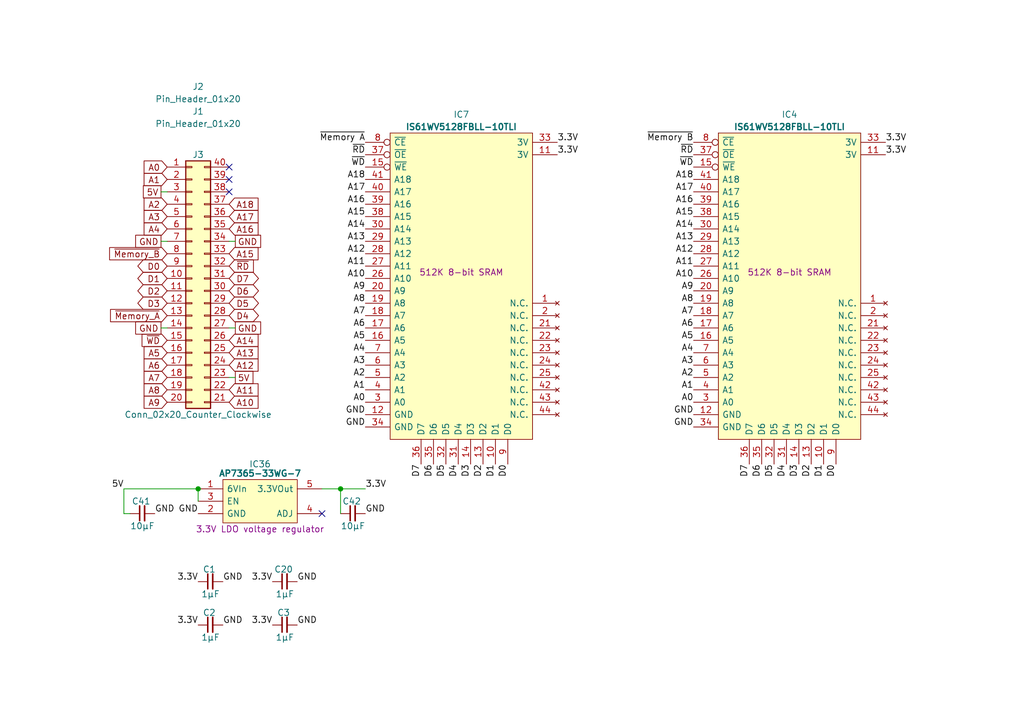
<source format=kicad_sch>
(kicad_sch (version 20250114) (generator "eeschema") (generator_version "9.0")
  (paper "A5")
  (title_block (title "Memory 1MB") (date "2025-06-16") (rev "V0"))
  (lib_symbols
    (symbol "Connector_Generic:Conn_02x20_Counter_Clockwise" (pin_names (offset 1.016) (hide yes))
      (property "Reference" "J" (at 1.27 25.4 0))
      (property "Value" "Conn_02x20_Counter_Clockwise" (at 1.27 -27.94 0))
      (symbol "Conn_02x20_Counter_Clockwise_1_1"
        (rectangle (start -1.27 24.13) (end 3.81 -26.67) (stroke (width 0.254)) (fill (type background)))
        (rectangle (start -1.27 22.987) (end 0 22.733) (stroke (width 0.1524)))
        (rectangle (start -1.27 20.447) (end 0 20.193) (stroke (width 0.1524)))
        (rectangle (start -1.27 17.907) (end 0 17.653) (stroke (width 0.1524)))
        (rectangle (start -1.27 15.367) (end 0 15.113) (stroke (width 0.1524)))
        (rectangle (start -1.27 12.827) (end 0 12.573) (stroke (width 0.1524)))
        (rectangle (start -1.27 10.287) (end 0 10.033) (stroke (width 0.1524)))
        (rectangle (start -1.27 7.747) (end 0 7.493) (stroke (width 0.1524)))
        (rectangle (start -1.27 5.207) (end 0 4.953) (stroke (width 0.1524)))
        (rectangle (start -1.27 2.667) (end 0 2.413) (stroke (width 0.1524)))
        (rectangle (start -1.27 0.127) (end 0 -0.127) (stroke (width 0.1524)))
        (rectangle (start -1.27 -2.413) (end 0 -2.667) (stroke (width 0.1524)))
        (rectangle (start -1.27 -4.953) (end 0 -5.207) (stroke (width 0.1524)))
        (rectangle (start -1.27 -7.493) (end 0 -7.747) (stroke (width 0.1524)))
        (rectangle (start -1.27 -10.033) (end 0 -10.287) (stroke (width 0.1524)))
        (rectangle (start -1.27 -12.573) (end 0 -12.827) (stroke (width 0.1524)))
        (rectangle (start -1.27 -15.113) (end 0 -15.367) (stroke (width 0.1524)))
        (rectangle (start -1.27 -17.653) (end 0 -17.907) (stroke (width 0.1524)))
        (rectangle (start -1.27 -20.193) (end 0 -20.447) (stroke (width 0.1524)))
        (rectangle (start -1.27 -22.733) (end 0 -22.987) (stroke (width 0.1524)))
        (rectangle (start -1.27 -25.273) (end 0 -25.527) (stroke (width 0.1524)))
        (rectangle (start 3.81 22.987) (end 2.54 22.733) (stroke (width 0.1524)))
        (rectangle (start 3.81 20.447) (end 2.54 20.193) (stroke (width 0.1524)))
        (rectangle (start 3.81 17.907) (end 2.54 17.653) (stroke (width 0.1524)))
        (rectangle (start 3.81 15.367) (end 2.54 15.113) (stroke (width 0.1524)))
        (rectangle (start 3.81 12.827) (end 2.54 12.573) (stroke (width 0.1524)))
        (rectangle (start 3.81 10.287) (end 2.54 10.033) (stroke (width 0.1524)))
        (rectangle (start 3.81 7.747) (end 2.54 7.493) (stroke (width 0.1524)))
        (rectangle (start 3.81 5.207) (end 2.54 4.953) (stroke (width 0.1524)))
        (rectangle (start 3.81 2.667) (end 2.54 2.413) (stroke (width 0.1524)))
        (rectangle (start 3.81 0.127) (end 2.54 -0.127) (stroke (width 0.1524)))
        (rectangle (start 3.81 -2.413) (end 2.54 -2.667) (stroke (width 0.1524)))
        (rectangle (start 3.81 -4.953) (end 2.54 -5.207) (stroke (width 0.1524)))
        (rectangle (start 3.81 -7.493) (end 2.54 -7.747) (stroke (width 0.1524)))
        (rectangle (start 3.81 -10.033) (end 2.54 -10.287) (stroke (width 0.1524)))
        (rectangle (start 3.81 -12.573) (end 2.54 -12.827) (stroke (width 0.1524)))
        (rectangle (start 3.81 -15.113) (end 2.54 -15.367) (stroke (width 0.1524)))
        (rectangle (start 3.81 -17.653) (end 2.54 -17.907) (stroke (width 0.1524)))
        (rectangle (start 3.81 -20.193) (end 2.54 -20.447) (stroke (width 0.1524)))
        (rectangle (start 3.81 -22.733) (end 2.54 -22.987) (stroke (width 0.1524)))
        (rectangle (start 3.81 -25.273) (end 2.54 -25.527) (stroke (width 0.1524)))
        (pin passive line (at -5.08 22.86 0) (length 3.81) (name "Pin_1") (number "1"))
        (pin passive line (at -5.08 20.32 0) (length 3.81) (name "Pin_2") (number "2"))
        (pin passive line (at -5.08 17.78 0) (length 3.81) (name "Pin_3") (number "3"))
        (pin passive line (at -5.08 15.24 0) (length 3.81) (name "Pin_4") (number "4"))
        (pin passive line (at -5.08 12.7 0) (length 3.81) (name "Pin_5") (number "5"))
        (pin passive line (at -5.08 10.16 0) (length 3.81) (name "Pin_6") (number "6"))
        (pin passive line (at -5.08 7.62 0) (length 3.81) (name "Pin_7") (number "7"))
        (pin passive line (at -5.08 5.08 0) (length 3.81) (name "Pin_8") (number "8"))
        (pin passive line (at -5.08 2.54 0) (length 3.81) (name "Pin_9") (number "9"))
        (pin passive line (at -5.08 0 0) (length 3.81) (name "Pin_10") (number "10"))
        (pin passive line (at -5.08 -2.54 0) (length 3.81) (name "Pin_11") (number "11"))
        (pin passive line (at -5.08 -5.08 0) (length 3.81) (name "Pin_12") (number "12"))
        (pin passive line (at -5.08 -7.62 0) (length 3.81) (name "Pin_13") (number "13"))
        (pin passive line (at -5.08 -10.16 0) (length 3.81) (name "Pin_14") (number "14"))
        (pin passive line (at -5.08 -12.7 0) (length 3.81) (name "Pin_15") (number "15"))
        (pin passive line (at -5.08 -15.24 0) (length 3.81) (name "Pin_16") (number "16"))
        (pin passive line (at -5.08 -17.78 0) (length 3.81) (name "Pin_17") (number "17"))
        (pin passive line (at -5.08 -20.32 0) (length 3.81) (name "Pin_18") (number "18"))
        (pin passive line (at -5.08 -22.86 0) (length 3.81) (name "Pin_19") (number "19"))
        (pin passive line (at -5.08 -25.4 0) (length 3.81) (name "Pin_20") (number "20"))
        (pin passive line (at 7.62 22.86 180) (length 3.81) (name "Pin_40") (number "40"))
        (pin passive line (at 7.62 20.32 180) (length 3.81) (name "Pin_39") (number "39"))
        (pin passive line (at 7.62 17.78 180) (length 3.81) (name "Pin_38") (number "38"))
        (pin passive line (at 7.62 15.24 180) (length 3.81) (name "Pin_37") (number "37"))
        (pin passive line (at 7.62 12.7 180) (length 3.81) (name "Pin_36") (number "36"))
        (pin passive line (at 7.62 10.16 180) (length 3.81) (name "Pin_35") (number "35"))
        (pin passive line (at 7.62 7.62 180) (length 3.81) (name "Pin_34") (number "34"))
        (pin passive line (at 7.62 5.08 180) (length 3.81) (name "Pin_33") (number "33"))
        (pin passive line (at 7.62 2.54 180) (length 3.81) (name "Pin_32") (number "32"))
        (pin passive line (at 7.62 0 180) (length 3.81) (name "Pin_31") (number "31"))
        (pin passive line (at 7.62 -2.54 180) (length 3.81) (name "Pin_30") (number "30"))
        (pin passive line (at 7.62 -5.08 180) (length 3.81) (name "Pin_29") (number "29"))
        (pin passive line (at 7.62 -7.62 180) (length 3.81) (name "Pin_28") (number "28"))
        (pin passive line (at 7.62 -10.16 180) (length 3.81) (name "Pin_27") (number "27"))
        (pin passive line (at 7.62 -12.7 180) (length 3.81) (name "Pin_26") (number "26"))
        (pin passive line (at 7.62 -15.24 180) (length 3.81) (name "Pin_25") (number "25"))
        (pin passive line (at 7.62 -17.78 180) (length 3.81) (name "Pin_24") (number "24"))
        (pin passive line (at 7.62 -20.32 180) (length 3.81) (name "Pin_23") (number "23"))
        (pin passive line (at 7.62 -22.86 180) (length 3.81) (name "Pin_22") (number "22"))
        (pin passive line (at 7.62 -25.4 180) (length 3.81) (name "Pin_21") (number "21"))
      )
    )
    (symbol "Diodes_Inc:AP7365-33WG-7" (pin_names (offset 0.762))
      (property "Reference" "IC" (at 12.7 5.08 0))
      (property "Value" "AP7365-33WG-7" (at 12.7 3.175 0))
      (property "Description" "3.3V LDO voltage regulator" (at 12.7 -8.255 0))
      (symbol "AP7365-33WG-7_0_0"
        (pin input line (at 0 -2.54 0) (length 5.08) (name "EN") (number "3"))
        (pin passive line (at 0 -5.08 0) (length 5.08) (name "GND") (number "2"))
        (pin passive line (at 25.4 -5.08 180) (length 5.08) (name "ADJ") (number "4"))
      )
      (symbol "AP7365-33WG-7_0_1"
        (polyline (pts (xy 5.08 1.905) (xy 20.32 1.905) (xy 20.32 -6.985) (xy 5.08 -6.985) (xy 5.08 1.905)) (fill (type background)))
      )
      (symbol "AP7365-33WG-7_1_0"
        (pin passive line (at 0 0 0) (length 5.08) (name "6VIn") (number "1"))
        (pin passive line (at 25.4 0 180) (length 5.08) (name "3.3VOut") (number "5"))
      )
    )
    (symbol "HCP65:C_0805" (pin_numbers (hide yes)) (pin_names (offset 0.254) (hide yes))
      (property "Reference" "C" (at 2.286 2.54 0))
      (property "Value" "?μF" (at 2.54 -2.54 0))
      (symbol "C_0805_0_1"
        (polyline (pts (xy 1.9685 -1.4605) (xy 1.9685 1.5875)) (stroke (width 0.3048)))
        (polyline (pts (xy 2.9845 -1.4605) (xy 2.9845 1.5875)) (stroke (width 0.3302)))
      )
      (symbol "C_0805_1_1"
        (pin passive line (at 0 0 0) (length 2.032) (name "~") (number "1"))
        (pin passive line (at 5.08 0 180) (length 2.032) (name "~") (number "2"))
      )
    )
    (symbol "HCP65:Pin_Header_01x20" (pin_names (offset 1.016) (hide yes))
      (property "Reference" "J" (at 0 1.27 0))
      (property "Value" "Pin_Header_01x20" (at 0 -1.27 0))
    )
    (symbol "ISSI:IS61WV5128FBLL-10TLI" (pin_names (offset 0.762))
      (property "Reference" "IC" (at 19.685 5.715 0))
      (property "Value" "IS61WV5128FBLL-10TLI" (at 19.685 3.175 0))
      (property "Description" "512K 8-bit SRAM" (at 19.685 -26.67 0))
      (symbol "IS61WV5128FBLL-10TLI_0_0"
        (pin input inverted (at 0 -2.54 0) (length 5.08) (name "~{OE}") (number "37"))
        (pin input inverted (at 0 -5.08 0) (length 5.08) (name "~{WE}") (number "15"))
        (pin input line (at 0 -7.62 0) (length 5.08) (name "A18") (number "41"))
        (pin input line (at 0 -10.16 0) (length 5.08) (name "A17") (number "40"))
        (pin input line (at 0 -12.7 0) (length 5.08) (name "A16") (number "39"))
        (pin input line (at 0 -15.24 0) (length 5.08) (name "A15") (number "38"))
        (pin input line (at 0 -17.78 0) (length 5.08) (name "A14") (number "30"))
        (pin input line (at 0 -20.32 0) (length 5.08) (name "A13") (number "29"))
        (pin input line (at 0 -22.86 0) (length 5.08) (name "A12") (number "28"))
        (pin input line (at 0 -25.4 0) (length 5.08) (name "A11") (number "27"))
        (pin input line (at 0 -27.94 0) (length 5.08) (name "A10") (number "26"))
        (pin input line (at 0 -30.48 0) (length 5.08) (name "A9") (number "20"))
        (pin input line (at 0 -33.02 0) (length 5.08) (name "A8") (number "19"))
        (pin input line (at 0 -35.56 0) (length 5.08) (name "A7") (number "18"))
        (pin input line (at 0 -38.1 0) (length 5.08) (name "A6") (number "17"))
        (pin input line (at 0 -40.64 0) (length 5.08) (name "A5") (number "16"))
        (pin input line (at 0 -43.18 0) (length 5.08) (name "A4") (number "7"))
        (pin input line (at 0 -45.72 0) (length 5.08) (name "A3") (number "6"))
        (pin input line (at 0 -48.26 0) (length 5.08) (name "A2") (number "5"))
        (pin input line (at 0 -50.8 0) (length 5.08) (name "A1") (number "4"))
        (pin input line (at 0 -53.34 0) (length 5.08) (name "A0") (number "3"))
        (pin passive line (at 0 -58.42 0) (length 5.08) (name "GND") (number "34"))
        (pin tri_state line (at 11.43 -66.04 90) (length 5.08) (name "D7") (number "36"))
        (pin tri_state line (at 13.97 -66.04 90) (length 5.08) (name "D6") (number "35"))
        (pin tri_state line (at 16.51 -66.04 90) (length 5.08) (name "D5") (number "32"))
        (pin tri_state line (at 19.05 -66.04 90) (length 5.08) (name "D4") (number "31"))
        (pin tri_state line (at 21.59 -66.04 90) (length 5.08) (name "D3") (number "14"))
        (pin tri_state line (at 24.13 -66.04 90) (length 5.08) (name "D2") (number "13"))
        (pin tri_state line (at 26.67 -66.04 90) (length 5.08) (name "D1") (number "10"))
        (pin tri_state line (at 29.21 -66.04 90) (length 5.08) (name "D0") (number "9"))
        (pin passive line (at 39.37 0 180) (length 5.08) (name "3V") (number "33"))
        (pin no_connect line (at 39.37 -33.02 180) (length 5.08) (name "N.C.") (number "1"))
        (pin no_connect line (at 39.37 -35.56 180) (length 5.08) (name "N.C.") (number "2"))
        (pin no_connect line (at 39.37 -38.1 180) (length 5.08) (name "N.C.") (number "21"))
        (pin no_connect line (at 39.37 -40.64 180) (length 5.08) (name "N.C.") (number "22"))
        (pin no_connect line (at 39.37 -43.18 180) (length 5.08) (name "N.C.") (number "23"))
        (pin no_connect line (at 39.37 -45.72 180) (length 5.08) (name "N.C.") (number "24"))
        (pin no_connect line (at 39.37 -48.26 180) (length 5.08) (name "N.C.") (number "25"))
      )
      (symbol "IS61WV5128FBLL-10TLI_0_1"
        (polyline (pts (xy 5.08 1.905) (xy 34.29 1.905) (xy 34.29 -60.96) (xy 5.08 -60.96) (xy 5.08 1.905)) (stroke (width 0.1524)) (fill (type background)))
      )
      (symbol "IS61WV5128FBLL-10TLI_1_0"
        (pin input inverted (at 0 0 0) (length 5.08) (name "~{CE}") (number "8"))
        (pin passive line (at 0 -55.88 0) (length 5.08) (name "GND") (number "12"))
        (pin passive line (at 39.37 -2.54 180) (length 5.08) (name "3V") (number "11"))
        (pin no_connect line (at 39.37 -50.8 180) (length 5.08) (name "N.C.") (number "42"))
        (pin no_connect line (at 39.37 -53.34 180) (length 5.08) (name "N.C.") (number "43"))
        (pin no_connect line (at 39.37 -55.88 180) (length 5.08) (name "N.C.") (number "44"))
      )
    )
  )
  (junction (at 40.64 100.33))
  (junction (at 69.85 100.33))
  (no_connect (at 66.04 105.41))
  (no_connect (at 46.99 39.37))
  (no_connect (at 46.99 36.83))
  (no_connect (at 46.99 34.29))
  (wire (pts (xy 33.02 67.31) (xy 34.29 67.31)))
  (wire (pts (xy 66.04 100.33) (xy 69.85 100.33)))
  (wire (pts (xy 33.02 49.53) (xy 34.29 49.53)))
  (wire (pts (xy 69.85 105.41) (xy 69.85 100.33)))
  (wire (pts (xy 48.26 77.47) (xy 46.99 77.47)))
  (wire (pts (xy 25.4 100.33) (xy 25.4 105.41)))
  (wire (pts (xy 33.02 39.37) (xy 34.29 39.37)))
  (wire (pts (xy 25.4 105.41) (xy 26.67 105.41)))
  (wire (pts (xy 40.64 100.33) (xy 40.64 102.87)))
  (wire (pts (xy 48.26 49.53) (xy 46.99 49.53)))
  (wire (pts (xy 48.26 67.31) (xy 46.99 67.31)))
  (wire (pts (xy 25.4 100.33) (xy 40.64 100.33)))
  (wire (pts (xy 69.85 100.33) (xy 74.93 100.33)))
  (label "A0" (at 142.24 82.55 180))
  (label "A12" (at 142.24 52.07 180))
  (label "D7" (at 86.36 95.25 270))
  (label "3.3V" (at 114.3 31.75 0))
  (label "A7" (at 142.24 64.77 180))
  (label "D5" (at 91.44 95.25 270))
  (label "A5" (at 74.93 69.85 180))
  (label "GND" (at 60.96 128.27 0))
  (label "A4" (at 74.93 72.39 180))
  (label "D2" (at 166.37 95.25 270))
  (label "~{Memory B}" (at 142.24 29.21 180))
  (label "~{RD}" (at 74.93 31.75 180))
  (label "~{Memory A}" (at 74.93 29.21 180))
  (label "GND" (at 142.24 87.63 180))
  (label "~{WD}" (at 74.93 34.29 180))
  (label "3.3V" (at 181.61 29.21 0))
  (label "~{WD}" (at 142.24 34.29 180))
  (label "GND" (at 74.93 105.41 0))
  (label "GND" (at 40.64 105.41 180))
  (label "D2" (at 99.06 95.25 270))
  (label "A8" (at 74.93 62.23 180))
  (label "A9" (at 142.24 59.69 180))
  (label "GND" (at 45.72 128.27 0))
  (label "A5" (at 142.24 69.85 180))
  (label "GND" (at 74.93 85.09 180))
  (label "D4" (at 93.98 95.25 270))
  (label "A11" (at 142.24 54.61 180))
  (label "A8" (at 142.24 62.23 180))
  (label "A14" (at 142.24 46.99 180))
  (label "D6" (at 156.21 95.25 270))
  (label "3.3V" (at 114.3 29.21 0))
  (label "A17" (at 74.93 39.37 180))
  (label "A18" (at 74.93 36.83 180))
  (label "A1" (at 142.24 80.01 180))
  (label "5V" (at 25.4 100.33 180))
  (label "A2" (at 74.93 77.47 180))
  (label "A11" (at 74.93 54.61 180))
  (label "GND" (at 142.24 85.09 180))
  (label "A12" (at 74.93 52.07 180))
  (label "A1" (at 74.93 80.01 180))
  (label "A2" (at 142.24 77.47 180))
  (label "3.3V" (at 74.93 100.33 0))
  (label "A16" (at 74.93 41.91 180))
  (label "A3" (at 142.24 74.93 180))
  (label "3.3V" (at 40.64 119.38 180))
  (label "A6" (at 74.93 67.31 180))
  (label "A7" (at 74.93 64.77 180))
  (label "A6" (at 142.24 67.31 180))
  (label "A4" (at 142.24 72.39 180))
  (label "D3" (at 96.52 95.25 270))
  (label "A10" (at 74.93 57.15 180))
  (label "A13" (at 142.24 49.53 180))
  (label "A18" (at 142.24 36.83 180))
  (label "3.3V" (at 55.88 128.27 180))
  (label "D0" (at 171.45 95.25 270))
  (label "3.3V" (at 181.61 31.75 0))
  (label "D4" (at 161.29 95.25 270))
  (label "D5" (at 158.75 95.25 270))
  (label "A10" (at 142.24 57.15 180))
  (label "D7" (at 153.67 95.25 270))
  (label "A15" (at 142.24 44.45 180))
  (label "A0" (at 74.93 82.55 180))
  (label "A16" (at 142.24 41.91 180))
  (label "A15" (at 74.93 44.45 180))
  (label "D1" (at 168.91 95.25 270))
  (label "GND" (at 60.96 119.38 0))
  (label "A9" (at 74.93 59.69 180))
  (label "3.3V" (at 55.88 119.38 180))
  (label "3.3V" (at 40.64 128.27 180))
  (label "GND" (at 45.72 119.38 0))
  (label "D0" (at 104.14 95.25 270))
  (label "A14" (at 74.93 46.99 180))
  (label "GND" (at 74.93 87.63 180))
  (label "A13" (at 74.93 49.53 180))
  (label "~{RD}" (at 142.24 31.75 180))
  (label "GND" (at 31.75 105.41 0))
  (label "A17" (at 142.24 39.37 180))
  (label "A3" (at 74.93 74.93 180))
  (label "D1" (at 101.6 95.25 270))
  (label "D6" (at 88.9 95.25 270))
  (label "D3" (at 163.83 95.25 270))
  (global_label "A2" (shape input) (at 34.29 41.91 180) (property "Intersheetrefs" "${INTERSHEET_REFS}" (effects (hide yes))))
  (global_label "A5" (shape input) (at 34.29 72.39 180) (property "Intersheetrefs" "${INTERSHEET_REFS}" (effects (hide yes))))
  (global_label "A3" (shape input) (at 34.29 44.45 180) (property "Intersheetrefs" "${INTERSHEET_REFS}" (effects (hide yes))))
  (global_label "D6" (shape tri_state) (at 46.99 59.69 0) (property "Intersheetrefs" "${INTERSHEET_REFS}" (effects (hide yes))))
  (global_label "5V" (shape passive) (at 48.26 77.47 0) (property "Intersheetrefs" "${INTERSHEET_REFS}" (effects (hide yes))))
  (global_label "A10" (shape input) (at 46.99 82.55 0) (property "Intersheetrefs" "${INTERSHEET_REFS}" (effects (hide yes))))
  (global_label "A1" (shape input) (at 34.29 36.83 180) (property "Intersheetrefs" "${INTERSHEET_REFS}" (effects (hide yes))))
  (global_label "A14" (shape input) (at 46.99 69.85 0) (property "Intersheetrefs" "${INTERSHEET_REFS}" (effects (hide yes))))
  (global_label "D4" (shape tri_state) (at 46.99 64.77 0) (property "Intersheetrefs" "${INTERSHEET_REFS}" (effects (hide yes))))
  (global_label "A15" (shape input) (at 46.99 52.07 0) (property "Intersheetrefs" "${INTERSHEET_REFS}" (effects (hide yes))))
  (global_label "D0" (shape tri_state) (at 34.29 54.61 180) (property "Intersheetrefs" "${INTERSHEET_REFS}" (effects (hide yes))))
  (global_label "D1" (shape tri_state) (at 34.29 57.15 180) (property "Intersheetrefs" "${INTERSHEET_REFS}" (effects (hide yes))))
  (global_label "A17" (shape input) (at 46.99 44.45 0) (property "Intersheetrefs" "${INTERSHEET_REFS}" (effects (hide yes))))
  (global_label "A4" (shape input) (at 34.29 46.99 180) (property "Intersheetrefs" "${INTERSHEET_REFS}" (effects (hide yes))))
  (global_label "A12" (shape input) (at 46.99 74.93 0) (property "Intersheetrefs" "${INTERSHEET_REFS}" (effects (hide yes))))
  (global_label "D7" (shape tri_state) (at 46.99 57.15 0) (property "Intersheetrefs" "${INTERSHEET_REFS}" (effects (hide yes))))
  (global_label "A11" (shape input) (at 46.99 80.01 0) (property "Intersheetrefs" "${INTERSHEET_REFS}" (effects (hide yes))))
  (global_label "GND" (shape passive) (at 33.02 49.53 180) (property "Intersheetrefs" "${INTERSHEET_REFS}" (effects (hide yes))))
  (global_label "A18" (shape input) (at 46.99 41.91 0) (property "Intersheetrefs" "${INTERSHEET_REFS}" (effects (hide yes))))
  (global_label "~{RD}" (shape input) (at 46.99 54.61 0) (property "Intersheetrefs" "${INTERSHEET_REFS}" (effects (hide yes))))
  (global_label "A13" (shape input) (at 46.99 72.39 0) (property "Intersheetrefs" "${INTERSHEET_REFS}" (effects (hide yes))))
  (global_label "D2" (shape tri_state) (at 34.29 59.69 180) (property "Intersheetrefs" "${INTERSHEET_REFS}" (effects (hide yes))))
  (global_label "A9" (shape input) (at 34.29 82.55 180) (property "Intersheetrefs" "${INTERSHEET_REFS}" (effects (hide yes))))
  (global_label "A6" (shape input) (at 34.29 74.93 180) (property "Intersheetrefs" "${INTERSHEET_REFS}" (effects (hide yes))))
  (global_label "D3" (shape tri_state) (at 34.29 62.23 180) (property "Intersheetrefs" "${INTERSHEET_REFS}" (effects (hide yes))))
  (global_label "5V" (shape passive) (at 33.02 39.37 180) (property "Intersheetrefs" "${INTERSHEET_REFS}" (effects (hide yes))))
  (global_label "A8" (shape input) (at 34.29 80.01 180) (property "Intersheetrefs" "${INTERSHEET_REFS}" (effects (hide yes))))
  (global_label "~{WD}" (shape input) (at 34.29 69.85 180) (property "Intersheetrefs" "${INTERSHEET_REFS}" (effects (hide yes))))
  (global_label "A16" (shape input) (at 46.99 46.99 0) (property "Intersheetrefs" "${INTERSHEET_REFS}" (effects (hide yes))))
  (global_label "~{Memory_A}" (shape input) (at 34.29 64.77 180) (property "Intersheetrefs" "${INTERSHEET_REFS}" (effects (hide yes))))
  (global_label "D5" (shape tri_state) (at 46.99 62.23 0) (property "Intersheetrefs" "${INTERSHEET_REFS}" (effects (hide yes))))
  (global_label "GND" (shape passive) (at 33.02 67.31 180) (property "Intersheetrefs" "${INTERSHEET_REFS}" (effects (hide yes))))
  (global_label "A7" (shape input) (at 34.29 77.47 180) (property "Intersheetrefs" "${INTERSHEET_REFS}" (effects (hide yes))))
  (global_label "A0" (shape input) (at 34.29 34.29 180) (property "Intersheetrefs" "${INTERSHEET_REFS}" (effects (hide yes))))
  (global_label "~{Memory_B}" (shape input) (at 34.29 52.07 180) (property "Intersheetrefs" "${INTERSHEET_REFS}" (effects (hide yes))))
  (global_label "GND" (shape passive) (at 48.26 49.53 0) (property "Intersheetrefs" "${INTERSHEET_REFS}" (effects (hide yes))))
  (global_label "GND" (shape passive) (at 48.26 67.31 0) (property "Intersheetrefs" "${INTERSHEET_REFS}" (effects (hide yes))))
  (symbol (lib_id "HCP65:Pin_Header_01x20") (at 40.64 19.05 0) (mirror y) (unit 1)
    (property "Reference" "J2" (at 40.64 17.78 0))
    (property "Value" "Pin_Header_01x20" (at 40.64 20.32 0))
    (property "Footprint" "SamacSys_Parts:PinHeader_1x20_P2.54mm_Vertical" (effects (hide yes)))
  )
  (symbol (lib_id "HCP65:C_0805") (at 69.85 105.41 0) (unit 1)
    (property "Reference" "C42" (at 72.136 102.87 0))
    (property "Value" "10μF" (at 72.39 107.95 0))
    (property "Footprint" "SamacSys_Parts:C_0805" (effects (hide yes)))
  )
  (symbol (lib_id "HCP65:C_0805") (at 40.64 119.38 0) (unit 1)
    (property "Reference" "C1" (at 42.926 116.84 0))
    (property "Value" "1μF" (at 43.18 121.92 0))
    (property "Footprint" "SamacSys_Parts:C_0805" (effects (hide yes)))
  )
  (symbol (lib_id "HCP65:C_0805") (at 55.88 119.38 0) (unit 1)
    (property "Reference" "C20" (at 58.166 116.84 0))
    (property "Value" "1μF" (at 58.42 121.92 0))
    (property "Footprint" "SamacSys_Parts:C_0805" (effects (hide yes)))
  )
  (symbol (lib_id "HCP65:C_0805") (at 55.88 128.27 0) (unit 1)
    (property "Reference" "C3" (at 58.166 125.73 0))
    (property "Value" "1μF" (at 58.42 130.81 0))
    (property "Footprint" "SamacSys_Parts:C_0805" (effects (hide yes)))
  )
  (symbol (lib_id "HCP65:C_0805") (at 26.67 105.41 0) (unit 1)
    (property "Reference" "C41" (at 28.956 102.87 0))
    (property "Value" "10μF" (at 29.21 107.95 0))
    (property "Footprint" "SamacSys_Parts:C_0805" (effects (hide yes)))
  )
  (symbol (lib_id "ISSI:IS61WV5128FBLL-10TLI") (at 74.93 29.21 0) (unit 1)
    (property "Reference" "IC7" (at 94.615 23.495 0))
    (property "Value" "IS61WV5128FBLL-10TLI" (at 94.615 26.035 0) (effects (font (thickness 0.254) (bold yes))))
    (property "Footprint" "SamacSys_Parts:SOP80P1176X120-44N" (effects (hide yes)))
    (property "Datasheet" "https://www.arrow.com/en/products/is61wv5128fbll-10tli/integrated-silicon-solution-inc" (effects (hide yes)))
    (property "Description" "512K 8-bit SRAM" (at 94.615 55.88 0))
    (property "Height" "1.2" (effects (hide yes)))
    (property "Manufacturer_Name" "Integrated Silicon Solution Inc." (effects (hide yes)))
    (property "Manufacturer_Part_Number" "IS61WV5128FBLL-10TLI" (effects (hide yes)))
    (property "Silkscreen" "IS61WV5128" (effects (hide yes)))
  )
  (symbol (lib_id "Diodes_Inc:AP7365-33WG-7") (at 40.64 100.33 0) (unit 1)
    (property "Reference" "IC36" (at 53.34 95.25 0))
    (property "Value" "AP7365-33WG-7" (at 53.34 97.155 0) (effects (font (bold yes))))
    (property "Footprint" "SamacSys_Parts:SOT95P285X130-5N" (effects (hide yes)))
    (property "Datasheet" "https://componentsearchengine.com/Datasheets/1/AP7365-33WG-7.pdf" (effects (hide yes)))
    (property "Description" "3.3V LDO voltage regulator" (at 53.34 108.585 0))
    (property "Height" "1.3" (effects (hide yes)))
    (property "Manufacturer_Name" "Diodes Inc." (effects (hide yes)))
    (property "Manufacturer_Part_Number" "AP7365-33WG-7" (effects (hide yes)))
    (property "Mouser Part Number" "621-AP7365-33WG-7" (effects (hide yes)))
    (property "Mouser Price/Stock" "https://www.mouser.co.uk/ProductDetail/Diodes-Incorporated/AP7365-33WG-7?qs=abZ1nkZpTuOZFvxvoFPL0w%3D%3D" (effects (hide yes)))
    (property "Arrow Part Number" "AP7365-33WG-7" (effects (hide yes)))
    (property "Arrow Price/Stock" "https://www.arrow.com/en/products/ap7365-33wg-7/diodes-incorporated?region=nac" (effects (hide yes)))
    (property "Silkscreen" "AP7365" (effects (hide yes)))
  )
  (symbol (lib_id "Connector_Generic:Conn_02x20_Counter_Clockwise") (at 39.37 57.15 0) (unit 1)
    (property "Reference" "J3" (at 40.64 31.75 0))
    (property "Value" "Conn_02x20_Counter_Clockwise" (at 40.64 85.09 0))
    (property "Footprint" "SamacSys_Parts:DIP-40_Board_W22.86mm" (effects (hide yes)))
    (property "Description" "Generic connector, double row, 02x20, counter clockwise pin numbering scheme (similar to DIP package numbering), script generated (kicad-library-utils/schlib/autogen/connector/)" (effects (hide yes)))
  )
  (symbol (lib_id "ISSI:IS61WV5128FBLL-10TLI") (at 142.24 29.21 0) (unit 1)
    (property "Reference" "IC4" (at 161.925 23.495 0))
    (property "Value" "IS61WV5128FBLL-10TLI" (at 161.925 26.035 0) (effects (font (thickness 0.254) (bold yes))))
    (property "Footprint" "SamacSys_Parts:SOP80P1176X120-44N" (effects (hide yes)))
    (property "Datasheet" "https://www.arrow.com/en/products/is61wv5128fbll-10tli/integrated-silicon-solution-inc" (effects (hide yes)))
    (property "Description" "512K 8-bit SRAM" (at 161.925 55.88 0))
    (property "Height" "1.2" (effects (hide yes)))
    (property "Manufacturer_Name" "Integrated Silicon Solution Inc." (effects (hide yes)))
    (property "Manufacturer_Part_Number" "IS61WV5128FBLL-10TLI" (effects (hide yes)))
    (property "Silkscreen" "IS61WV5128" (effects (hide yes)))
  )
  (symbol (lib_id "HCP65:C_0805") (at 40.64 128.27 0) (unit 1)
    (property "Reference" "C2" (at 42.926 125.73 0))
    (property "Value" "1μF" (at 43.18 130.81 0))
    (property "Footprint" "SamacSys_Parts:C_0805" (effects (hide yes)))
  )
  (symbol (lib_id "HCP65:Pin_Header_01x20") (at 40.64 24.13 0) (unit 1)
    (property "Reference" "J1" (at 40.64 22.86 0))
    (property "Value" "Pin_Header_01x20" (at 40.64 25.4 0))
    (property "Footprint" "SamacSys_Parts:PinHeader_1x20_P2.54mm_Vertical" (effects (hide yes)))
  )
)
</source>
